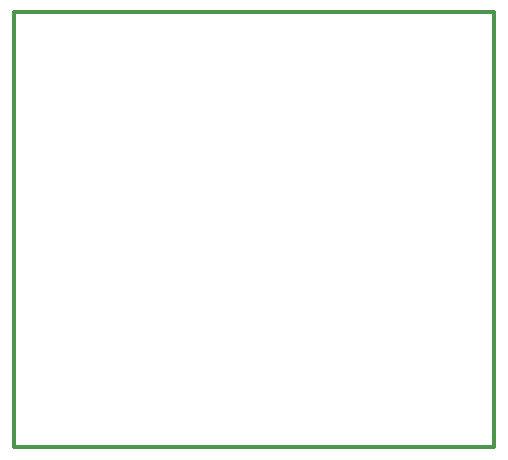
<source format=gko>
G75*
%MOIN*%
%OFA0B0*%
%FSLAX25Y25*%
%IPPOS*%
%LPD*%
%AMOC8*
5,1,8,0,0,1.08239X$1,22.5*
%
%ADD10C,0.01200*%
D10*
X0138333Y0090000D02*
X0298333Y0090000D01*
X0298333Y0235000D01*
X0138333Y0235000D01*
X0138333Y0090000D01*
M02*

</source>
